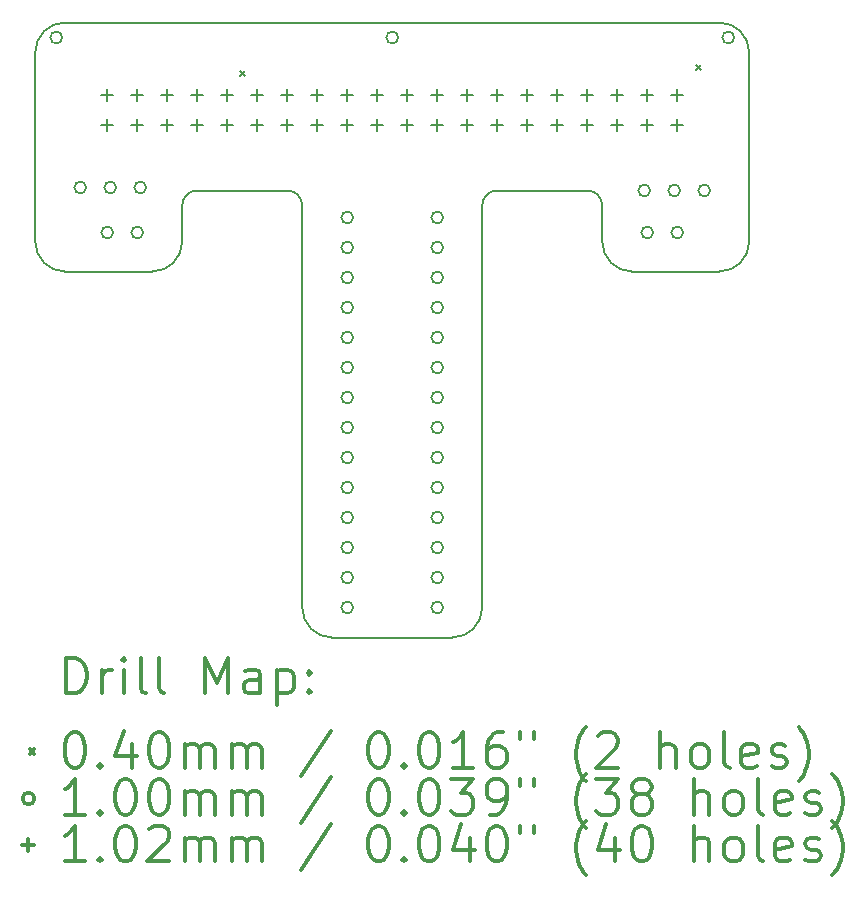
<source format=gbr>
%FSLAX45Y45*%
G04 Gerber Fmt 4.5, Leading zero omitted, Abs format (unit mm)*
G04 Created by KiCad (PCBNEW 4.0.7-e2-6376~61~ubuntu18.04.1) date Thu Jan 17 03:08:28 2019*
%MOMM*%
%LPD*%
G01*
G04 APERTURE LIST*
%ADD10C,0.127000*%
%ADD11C,0.150000*%
%ADD12C,0.200000*%
%ADD13C,0.300000*%
G04 APERTURE END LIST*
D10*
D11*
X13843000Y-7874000D02*
X13843000Y-11150600D01*
X15367000Y-11150600D02*
X15367000Y-7747000D01*
X14655800Y-6324600D02*
G75*
G03X14655800Y-6324600I-50800J0D01*
G01*
X17500600Y-6324600D02*
G75*
G03X17500600Y-6324600I-50800J0D01*
G01*
X11811000Y-6324600D02*
G75*
G03X11811000Y-6324600I-50800J0D01*
G01*
X11836400Y-8305800D02*
X12065000Y-8305800D01*
X12065000Y-6197600D02*
X11836400Y-6197600D01*
X17145000Y-6197600D02*
X17373600Y-6197600D01*
X17145000Y-8305800D02*
X17373600Y-8305800D01*
X11582400Y-8051800D02*
X11582400Y-6451600D01*
X12827000Y-8051800D02*
X12827000Y-7874000D01*
X17627600Y-8051800D02*
X17627600Y-6705600D01*
X16383000Y-7874000D02*
X16383000Y-8051800D01*
X17627600Y-6451600D02*
X17627600Y-6705600D01*
X17627600Y-6451600D02*
G75*
G03X17373600Y-6197600I-254000J0D01*
G01*
X12827000Y-7747000D02*
X12827000Y-7874000D01*
X12954000Y-7620000D02*
X13081000Y-7620000D01*
X16129000Y-7620000D02*
X16256000Y-7620000D01*
X16383000Y-7874000D02*
X16383000Y-7747000D01*
X16383000Y-7747000D02*
G75*
G03X16256000Y-7620000I-127000J0D01*
G01*
X12954000Y-7620000D02*
G75*
G03X12827000Y-7747000I0J-127000D01*
G01*
X16637000Y-8305800D02*
X17145000Y-8305800D01*
X17373600Y-8305800D02*
G75*
G03X17627600Y-8051800I0J254000D01*
G01*
X16383000Y-8051800D02*
G75*
G03X16637000Y-8305800I254000J0D01*
G01*
X15113000Y-11404600D02*
G75*
G03X15367000Y-11150600I0J254000D01*
G01*
X13843000Y-11150600D02*
G75*
G03X14097000Y-11404600I254000J0D01*
G01*
X15494000Y-7620000D02*
G75*
G03X15367000Y-7747000I0J-127000D01*
G01*
X13843000Y-7747000D02*
G75*
G03X13716000Y-7620000I-127000J0D01*
G01*
X12573000Y-8305800D02*
G75*
G03X12827000Y-8051800I0J254000D01*
G01*
X11582400Y-8051800D02*
G75*
G03X11836400Y-8305800I254000J0D01*
G01*
X11836400Y-6197600D02*
G75*
G03X11582400Y-6451600I0J-254000D01*
G01*
X12573000Y-8305800D02*
X12065000Y-8305800D01*
X13843000Y-7747000D02*
X13843000Y-7874000D01*
X13081000Y-7620000D02*
X13716000Y-7620000D01*
X15113000Y-11404600D02*
X14097000Y-11404600D01*
X15494000Y-7620000D02*
X16129000Y-7620000D01*
X12065000Y-6197600D02*
X17145000Y-6197600D01*
D12*
X13315000Y-6609400D02*
X13355000Y-6649400D01*
X13355000Y-6609400D02*
X13315000Y-6649400D01*
X17175800Y-6558600D02*
X17215800Y-6598600D01*
X17215800Y-6558600D02*
X17175800Y-6598600D01*
X12013400Y-7594600D02*
G75*
G03X12013400Y-7594600I-50000J0D01*
G01*
X12242000Y-7975600D02*
G75*
G03X12242000Y-7975600I-50000J0D01*
G01*
X12267400Y-7594600D02*
G75*
G03X12267400Y-7594600I-50000J0D01*
G01*
X12496000Y-7975600D02*
G75*
G03X12496000Y-7975600I-50000J0D01*
G01*
X12521400Y-7594600D02*
G75*
G03X12521400Y-7594600I-50000J0D01*
G01*
X14274000Y-7848600D02*
G75*
G03X14274000Y-7848600I-50000J0D01*
G01*
X14274000Y-8102600D02*
G75*
G03X14274000Y-8102600I-50000J0D01*
G01*
X14274000Y-8356600D02*
G75*
G03X14274000Y-8356600I-50000J0D01*
G01*
X14274000Y-8610600D02*
G75*
G03X14274000Y-8610600I-50000J0D01*
G01*
X14274000Y-8864600D02*
G75*
G03X14274000Y-8864600I-50000J0D01*
G01*
X14274000Y-9118600D02*
G75*
G03X14274000Y-9118600I-50000J0D01*
G01*
X14274000Y-9372600D02*
G75*
G03X14274000Y-9372600I-50000J0D01*
G01*
X14274000Y-9626600D02*
G75*
G03X14274000Y-9626600I-50000J0D01*
G01*
X14274000Y-9880600D02*
G75*
G03X14274000Y-9880600I-50000J0D01*
G01*
X14274000Y-10134600D02*
G75*
G03X14274000Y-10134600I-50000J0D01*
G01*
X14274000Y-10388600D02*
G75*
G03X14274000Y-10388600I-50000J0D01*
G01*
X14274000Y-10642600D02*
G75*
G03X14274000Y-10642600I-50000J0D01*
G01*
X14274000Y-10896600D02*
G75*
G03X14274000Y-10896600I-50000J0D01*
G01*
X14274000Y-11150600D02*
G75*
G03X14274000Y-11150600I-50000J0D01*
G01*
X15036000Y-7848600D02*
G75*
G03X15036000Y-7848600I-50000J0D01*
G01*
X15036000Y-8102600D02*
G75*
G03X15036000Y-8102600I-50000J0D01*
G01*
X15036000Y-8356600D02*
G75*
G03X15036000Y-8356600I-50000J0D01*
G01*
X15036000Y-8610600D02*
G75*
G03X15036000Y-8610600I-50000J0D01*
G01*
X15036000Y-8864600D02*
G75*
G03X15036000Y-8864600I-50000J0D01*
G01*
X15036000Y-9118600D02*
G75*
G03X15036000Y-9118600I-50000J0D01*
G01*
X15036000Y-9372600D02*
G75*
G03X15036000Y-9372600I-50000J0D01*
G01*
X15036000Y-9626600D02*
G75*
G03X15036000Y-9626600I-50000J0D01*
G01*
X15036000Y-9880600D02*
G75*
G03X15036000Y-9880600I-50000J0D01*
G01*
X15036000Y-10134600D02*
G75*
G03X15036000Y-10134600I-50000J0D01*
G01*
X15036000Y-10388600D02*
G75*
G03X15036000Y-10388600I-50000J0D01*
G01*
X15036000Y-10642600D02*
G75*
G03X15036000Y-10642600I-50000J0D01*
G01*
X15036000Y-10896600D02*
G75*
G03X15036000Y-10896600I-50000J0D01*
G01*
X15036000Y-11150600D02*
G75*
G03X15036000Y-11150600I-50000J0D01*
G01*
X16788600Y-7620000D02*
G75*
G03X16788600Y-7620000I-50000J0D01*
G01*
X16814000Y-7975600D02*
G75*
G03X16814000Y-7975600I-50000J0D01*
G01*
X17042600Y-7620000D02*
G75*
G03X17042600Y-7620000I-50000J0D01*
G01*
X17068000Y-7975600D02*
G75*
G03X17068000Y-7975600I-50000J0D01*
G01*
X17296600Y-7620000D02*
G75*
G03X17296600Y-7620000I-50000J0D01*
G01*
X12192000Y-6756400D02*
X12192000Y-6858000D01*
X12141200Y-6807200D02*
X12242800Y-6807200D01*
X12192000Y-7010400D02*
X12192000Y-7112000D01*
X12141200Y-7061200D02*
X12242800Y-7061200D01*
X12446000Y-6756400D02*
X12446000Y-6858000D01*
X12395200Y-6807200D02*
X12496800Y-6807200D01*
X12446000Y-7010400D02*
X12446000Y-7112000D01*
X12395200Y-7061200D02*
X12496800Y-7061200D01*
X12700000Y-6756400D02*
X12700000Y-6858000D01*
X12649200Y-6807200D02*
X12750800Y-6807200D01*
X12700000Y-7010400D02*
X12700000Y-7112000D01*
X12649200Y-7061200D02*
X12750800Y-7061200D01*
X12954000Y-6756400D02*
X12954000Y-6858000D01*
X12903200Y-6807200D02*
X13004800Y-6807200D01*
X12954000Y-7010400D02*
X12954000Y-7112000D01*
X12903200Y-7061200D02*
X13004800Y-7061200D01*
X13208000Y-6756400D02*
X13208000Y-6858000D01*
X13157200Y-6807200D02*
X13258800Y-6807200D01*
X13208000Y-7010400D02*
X13208000Y-7112000D01*
X13157200Y-7061200D02*
X13258800Y-7061200D01*
X13462000Y-6756400D02*
X13462000Y-6858000D01*
X13411200Y-6807200D02*
X13512800Y-6807200D01*
X13462000Y-7010400D02*
X13462000Y-7112000D01*
X13411200Y-7061200D02*
X13512800Y-7061200D01*
X13716000Y-6756400D02*
X13716000Y-6858000D01*
X13665200Y-6807200D02*
X13766800Y-6807200D01*
X13716000Y-7010400D02*
X13716000Y-7112000D01*
X13665200Y-7061200D02*
X13766800Y-7061200D01*
X13970000Y-6756400D02*
X13970000Y-6858000D01*
X13919200Y-6807200D02*
X14020800Y-6807200D01*
X13970000Y-7010400D02*
X13970000Y-7112000D01*
X13919200Y-7061200D02*
X14020800Y-7061200D01*
X14224000Y-6756400D02*
X14224000Y-6858000D01*
X14173200Y-6807200D02*
X14274800Y-6807200D01*
X14224000Y-7010400D02*
X14224000Y-7112000D01*
X14173200Y-7061200D02*
X14274800Y-7061200D01*
X14478000Y-6756400D02*
X14478000Y-6858000D01*
X14427200Y-6807200D02*
X14528800Y-6807200D01*
X14478000Y-7010400D02*
X14478000Y-7112000D01*
X14427200Y-7061200D02*
X14528800Y-7061200D01*
X14732000Y-6756400D02*
X14732000Y-6858000D01*
X14681200Y-6807200D02*
X14782800Y-6807200D01*
X14732000Y-7010400D02*
X14732000Y-7112000D01*
X14681200Y-7061200D02*
X14782800Y-7061200D01*
X14986000Y-6756400D02*
X14986000Y-6858000D01*
X14935200Y-6807200D02*
X15036800Y-6807200D01*
X14986000Y-7010400D02*
X14986000Y-7112000D01*
X14935200Y-7061200D02*
X15036800Y-7061200D01*
X15240000Y-6756400D02*
X15240000Y-6858000D01*
X15189200Y-6807200D02*
X15290800Y-6807200D01*
X15240000Y-7010400D02*
X15240000Y-7112000D01*
X15189200Y-7061200D02*
X15290800Y-7061200D01*
X15494000Y-6756400D02*
X15494000Y-6858000D01*
X15443200Y-6807200D02*
X15544800Y-6807200D01*
X15494000Y-7010400D02*
X15494000Y-7112000D01*
X15443200Y-7061200D02*
X15544800Y-7061200D01*
X15748000Y-6756400D02*
X15748000Y-6858000D01*
X15697200Y-6807200D02*
X15798800Y-6807200D01*
X15748000Y-7010400D02*
X15748000Y-7112000D01*
X15697200Y-7061200D02*
X15798800Y-7061200D01*
X16002000Y-6756400D02*
X16002000Y-6858000D01*
X15951200Y-6807200D02*
X16052800Y-6807200D01*
X16002000Y-7010400D02*
X16002000Y-7112000D01*
X15951200Y-7061200D02*
X16052800Y-7061200D01*
X16256000Y-6756400D02*
X16256000Y-6858000D01*
X16205200Y-6807200D02*
X16306800Y-6807200D01*
X16256000Y-7010400D02*
X16256000Y-7112000D01*
X16205200Y-7061200D02*
X16306800Y-7061200D01*
X16510000Y-6756400D02*
X16510000Y-6858000D01*
X16459200Y-6807200D02*
X16560800Y-6807200D01*
X16510000Y-7010400D02*
X16510000Y-7112000D01*
X16459200Y-7061200D02*
X16560800Y-7061200D01*
X16764000Y-6756400D02*
X16764000Y-6858000D01*
X16713200Y-6807200D02*
X16814800Y-6807200D01*
X16764000Y-7010400D02*
X16764000Y-7112000D01*
X16713200Y-7061200D02*
X16814800Y-7061200D01*
X17018000Y-6756400D02*
X17018000Y-6858000D01*
X16967200Y-6807200D02*
X17068800Y-6807200D01*
X17018000Y-7010400D02*
X17018000Y-7112000D01*
X16967200Y-7061200D02*
X17068800Y-7061200D01*
D13*
X11846328Y-11877814D02*
X11846328Y-11577814D01*
X11917757Y-11577814D01*
X11960614Y-11592100D01*
X11989186Y-11620671D01*
X12003471Y-11649243D01*
X12017757Y-11706386D01*
X12017757Y-11749243D01*
X12003471Y-11806386D01*
X11989186Y-11834957D01*
X11960614Y-11863529D01*
X11917757Y-11877814D01*
X11846328Y-11877814D01*
X12146328Y-11877814D02*
X12146328Y-11677814D01*
X12146328Y-11734957D02*
X12160614Y-11706386D01*
X12174900Y-11692100D01*
X12203471Y-11677814D01*
X12232043Y-11677814D01*
X12332043Y-11877814D02*
X12332043Y-11677814D01*
X12332043Y-11577814D02*
X12317757Y-11592100D01*
X12332043Y-11606386D01*
X12346328Y-11592100D01*
X12332043Y-11577814D01*
X12332043Y-11606386D01*
X12517757Y-11877814D02*
X12489186Y-11863529D01*
X12474900Y-11834957D01*
X12474900Y-11577814D01*
X12674900Y-11877814D02*
X12646328Y-11863529D01*
X12632043Y-11834957D01*
X12632043Y-11577814D01*
X13017757Y-11877814D02*
X13017757Y-11577814D01*
X13117757Y-11792100D01*
X13217757Y-11577814D01*
X13217757Y-11877814D01*
X13489186Y-11877814D02*
X13489186Y-11720671D01*
X13474900Y-11692100D01*
X13446328Y-11677814D01*
X13389186Y-11677814D01*
X13360614Y-11692100D01*
X13489186Y-11863529D02*
X13460614Y-11877814D01*
X13389186Y-11877814D01*
X13360614Y-11863529D01*
X13346328Y-11834957D01*
X13346328Y-11806386D01*
X13360614Y-11777814D01*
X13389186Y-11763529D01*
X13460614Y-11763529D01*
X13489186Y-11749243D01*
X13632043Y-11677814D02*
X13632043Y-11977814D01*
X13632043Y-11692100D02*
X13660614Y-11677814D01*
X13717757Y-11677814D01*
X13746328Y-11692100D01*
X13760614Y-11706386D01*
X13774900Y-11734957D01*
X13774900Y-11820671D01*
X13760614Y-11849243D01*
X13746328Y-11863529D01*
X13717757Y-11877814D01*
X13660614Y-11877814D01*
X13632043Y-11863529D01*
X13903471Y-11849243D02*
X13917757Y-11863529D01*
X13903471Y-11877814D01*
X13889186Y-11863529D01*
X13903471Y-11849243D01*
X13903471Y-11877814D01*
X13903471Y-11692100D02*
X13917757Y-11706386D01*
X13903471Y-11720671D01*
X13889186Y-11706386D01*
X13903471Y-11692100D01*
X13903471Y-11720671D01*
X11534900Y-12352100D02*
X11574900Y-12392100D01*
X11574900Y-12352100D02*
X11534900Y-12392100D01*
X11903471Y-12207814D02*
X11932043Y-12207814D01*
X11960614Y-12222100D01*
X11974900Y-12236386D01*
X11989186Y-12264957D01*
X12003471Y-12322100D01*
X12003471Y-12393529D01*
X11989186Y-12450671D01*
X11974900Y-12479243D01*
X11960614Y-12493529D01*
X11932043Y-12507814D01*
X11903471Y-12507814D01*
X11874900Y-12493529D01*
X11860614Y-12479243D01*
X11846328Y-12450671D01*
X11832043Y-12393529D01*
X11832043Y-12322100D01*
X11846328Y-12264957D01*
X11860614Y-12236386D01*
X11874900Y-12222100D01*
X11903471Y-12207814D01*
X12132043Y-12479243D02*
X12146328Y-12493529D01*
X12132043Y-12507814D01*
X12117757Y-12493529D01*
X12132043Y-12479243D01*
X12132043Y-12507814D01*
X12403471Y-12307814D02*
X12403471Y-12507814D01*
X12332043Y-12193529D02*
X12260614Y-12407814D01*
X12446328Y-12407814D01*
X12617757Y-12207814D02*
X12646328Y-12207814D01*
X12674900Y-12222100D01*
X12689186Y-12236386D01*
X12703471Y-12264957D01*
X12717757Y-12322100D01*
X12717757Y-12393529D01*
X12703471Y-12450671D01*
X12689186Y-12479243D01*
X12674900Y-12493529D01*
X12646328Y-12507814D01*
X12617757Y-12507814D01*
X12589186Y-12493529D01*
X12574900Y-12479243D01*
X12560614Y-12450671D01*
X12546328Y-12393529D01*
X12546328Y-12322100D01*
X12560614Y-12264957D01*
X12574900Y-12236386D01*
X12589186Y-12222100D01*
X12617757Y-12207814D01*
X12846328Y-12507814D02*
X12846328Y-12307814D01*
X12846328Y-12336386D02*
X12860614Y-12322100D01*
X12889186Y-12307814D01*
X12932043Y-12307814D01*
X12960614Y-12322100D01*
X12974900Y-12350671D01*
X12974900Y-12507814D01*
X12974900Y-12350671D02*
X12989186Y-12322100D01*
X13017757Y-12307814D01*
X13060614Y-12307814D01*
X13089186Y-12322100D01*
X13103471Y-12350671D01*
X13103471Y-12507814D01*
X13246328Y-12507814D02*
X13246328Y-12307814D01*
X13246328Y-12336386D02*
X13260614Y-12322100D01*
X13289186Y-12307814D01*
X13332043Y-12307814D01*
X13360614Y-12322100D01*
X13374900Y-12350671D01*
X13374900Y-12507814D01*
X13374900Y-12350671D02*
X13389186Y-12322100D01*
X13417757Y-12307814D01*
X13460614Y-12307814D01*
X13489186Y-12322100D01*
X13503471Y-12350671D01*
X13503471Y-12507814D01*
X14089186Y-12193529D02*
X13832043Y-12579243D01*
X14474900Y-12207814D02*
X14503471Y-12207814D01*
X14532043Y-12222100D01*
X14546328Y-12236386D01*
X14560614Y-12264957D01*
X14574900Y-12322100D01*
X14574900Y-12393529D01*
X14560614Y-12450671D01*
X14546328Y-12479243D01*
X14532043Y-12493529D01*
X14503471Y-12507814D01*
X14474900Y-12507814D01*
X14446328Y-12493529D01*
X14432043Y-12479243D01*
X14417757Y-12450671D01*
X14403471Y-12393529D01*
X14403471Y-12322100D01*
X14417757Y-12264957D01*
X14432043Y-12236386D01*
X14446328Y-12222100D01*
X14474900Y-12207814D01*
X14703471Y-12479243D02*
X14717757Y-12493529D01*
X14703471Y-12507814D01*
X14689186Y-12493529D01*
X14703471Y-12479243D01*
X14703471Y-12507814D01*
X14903471Y-12207814D02*
X14932043Y-12207814D01*
X14960614Y-12222100D01*
X14974900Y-12236386D01*
X14989185Y-12264957D01*
X15003471Y-12322100D01*
X15003471Y-12393529D01*
X14989185Y-12450671D01*
X14974900Y-12479243D01*
X14960614Y-12493529D01*
X14932043Y-12507814D01*
X14903471Y-12507814D01*
X14874900Y-12493529D01*
X14860614Y-12479243D01*
X14846328Y-12450671D01*
X14832043Y-12393529D01*
X14832043Y-12322100D01*
X14846328Y-12264957D01*
X14860614Y-12236386D01*
X14874900Y-12222100D01*
X14903471Y-12207814D01*
X15289185Y-12507814D02*
X15117757Y-12507814D01*
X15203471Y-12507814D02*
X15203471Y-12207814D01*
X15174900Y-12250671D01*
X15146328Y-12279243D01*
X15117757Y-12293529D01*
X15546328Y-12207814D02*
X15489185Y-12207814D01*
X15460614Y-12222100D01*
X15446328Y-12236386D01*
X15417757Y-12279243D01*
X15403471Y-12336386D01*
X15403471Y-12450671D01*
X15417757Y-12479243D01*
X15432043Y-12493529D01*
X15460614Y-12507814D01*
X15517757Y-12507814D01*
X15546328Y-12493529D01*
X15560614Y-12479243D01*
X15574900Y-12450671D01*
X15574900Y-12379243D01*
X15560614Y-12350671D01*
X15546328Y-12336386D01*
X15517757Y-12322100D01*
X15460614Y-12322100D01*
X15432043Y-12336386D01*
X15417757Y-12350671D01*
X15403471Y-12379243D01*
X15689186Y-12207814D02*
X15689186Y-12264957D01*
X15803471Y-12207814D02*
X15803471Y-12264957D01*
X16246328Y-12622100D02*
X16232043Y-12607814D01*
X16203471Y-12564957D01*
X16189185Y-12536386D01*
X16174900Y-12493529D01*
X16160614Y-12422100D01*
X16160614Y-12364957D01*
X16174900Y-12293529D01*
X16189185Y-12250671D01*
X16203471Y-12222100D01*
X16232043Y-12179243D01*
X16246328Y-12164957D01*
X16346328Y-12236386D02*
X16360614Y-12222100D01*
X16389185Y-12207814D01*
X16460614Y-12207814D01*
X16489185Y-12222100D01*
X16503471Y-12236386D01*
X16517757Y-12264957D01*
X16517757Y-12293529D01*
X16503471Y-12336386D01*
X16332043Y-12507814D01*
X16517757Y-12507814D01*
X16874900Y-12507814D02*
X16874900Y-12207814D01*
X17003471Y-12507814D02*
X17003471Y-12350671D01*
X16989186Y-12322100D01*
X16960614Y-12307814D01*
X16917757Y-12307814D01*
X16889186Y-12322100D01*
X16874900Y-12336386D01*
X17189186Y-12507814D02*
X17160614Y-12493529D01*
X17146328Y-12479243D01*
X17132043Y-12450671D01*
X17132043Y-12364957D01*
X17146328Y-12336386D01*
X17160614Y-12322100D01*
X17189186Y-12307814D01*
X17232043Y-12307814D01*
X17260614Y-12322100D01*
X17274900Y-12336386D01*
X17289186Y-12364957D01*
X17289186Y-12450671D01*
X17274900Y-12479243D01*
X17260614Y-12493529D01*
X17232043Y-12507814D01*
X17189186Y-12507814D01*
X17460614Y-12507814D02*
X17432043Y-12493529D01*
X17417757Y-12464957D01*
X17417757Y-12207814D01*
X17689186Y-12493529D02*
X17660614Y-12507814D01*
X17603471Y-12507814D01*
X17574900Y-12493529D01*
X17560614Y-12464957D01*
X17560614Y-12350671D01*
X17574900Y-12322100D01*
X17603471Y-12307814D01*
X17660614Y-12307814D01*
X17689186Y-12322100D01*
X17703471Y-12350671D01*
X17703471Y-12379243D01*
X17560614Y-12407814D01*
X17817757Y-12493529D02*
X17846329Y-12507814D01*
X17903471Y-12507814D01*
X17932043Y-12493529D01*
X17946329Y-12464957D01*
X17946329Y-12450671D01*
X17932043Y-12422100D01*
X17903471Y-12407814D01*
X17860614Y-12407814D01*
X17832043Y-12393529D01*
X17817757Y-12364957D01*
X17817757Y-12350671D01*
X17832043Y-12322100D01*
X17860614Y-12307814D01*
X17903471Y-12307814D01*
X17932043Y-12322100D01*
X18046328Y-12622100D02*
X18060614Y-12607814D01*
X18089186Y-12564957D01*
X18103471Y-12536386D01*
X18117757Y-12493529D01*
X18132043Y-12422100D01*
X18132043Y-12364957D01*
X18117757Y-12293529D01*
X18103471Y-12250671D01*
X18089186Y-12222100D01*
X18060614Y-12179243D01*
X18046328Y-12164957D01*
X11574900Y-12768100D02*
G75*
G03X11574900Y-12768100I-50000J0D01*
G01*
X12003471Y-12903814D02*
X11832043Y-12903814D01*
X11917757Y-12903814D02*
X11917757Y-12603814D01*
X11889186Y-12646671D01*
X11860614Y-12675243D01*
X11832043Y-12689529D01*
X12132043Y-12875243D02*
X12146328Y-12889529D01*
X12132043Y-12903814D01*
X12117757Y-12889529D01*
X12132043Y-12875243D01*
X12132043Y-12903814D01*
X12332043Y-12603814D02*
X12360614Y-12603814D01*
X12389186Y-12618100D01*
X12403471Y-12632386D01*
X12417757Y-12660957D01*
X12432043Y-12718100D01*
X12432043Y-12789529D01*
X12417757Y-12846671D01*
X12403471Y-12875243D01*
X12389186Y-12889529D01*
X12360614Y-12903814D01*
X12332043Y-12903814D01*
X12303471Y-12889529D01*
X12289186Y-12875243D01*
X12274900Y-12846671D01*
X12260614Y-12789529D01*
X12260614Y-12718100D01*
X12274900Y-12660957D01*
X12289186Y-12632386D01*
X12303471Y-12618100D01*
X12332043Y-12603814D01*
X12617757Y-12603814D02*
X12646328Y-12603814D01*
X12674900Y-12618100D01*
X12689186Y-12632386D01*
X12703471Y-12660957D01*
X12717757Y-12718100D01*
X12717757Y-12789529D01*
X12703471Y-12846671D01*
X12689186Y-12875243D01*
X12674900Y-12889529D01*
X12646328Y-12903814D01*
X12617757Y-12903814D01*
X12589186Y-12889529D01*
X12574900Y-12875243D01*
X12560614Y-12846671D01*
X12546328Y-12789529D01*
X12546328Y-12718100D01*
X12560614Y-12660957D01*
X12574900Y-12632386D01*
X12589186Y-12618100D01*
X12617757Y-12603814D01*
X12846328Y-12903814D02*
X12846328Y-12703814D01*
X12846328Y-12732386D02*
X12860614Y-12718100D01*
X12889186Y-12703814D01*
X12932043Y-12703814D01*
X12960614Y-12718100D01*
X12974900Y-12746671D01*
X12974900Y-12903814D01*
X12974900Y-12746671D02*
X12989186Y-12718100D01*
X13017757Y-12703814D01*
X13060614Y-12703814D01*
X13089186Y-12718100D01*
X13103471Y-12746671D01*
X13103471Y-12903814D01*
X13246328Y-12903814D02*
X13246328Y-12703814D01*
X13246328Y-12732386D02*
X13260614Y-12718100D01*
X13289186Y-12703814D01*
X13332043Y-12703814D01*
X13360614Y-12718100D01*
X13374900Y-12746671D01*
X13374900Y-12903814D01*
X13374900Y-12746671D02*
X13389186Y-12718100D01*
X13417757Y-12703814D01*
X13460614Y-12703814D01*
X13489186Y-12718100D01*
X13503471Y-12746671D01*
X13503471Y-12903814D01*
X14089186Y-12589529D02*
X13832043Y-12975243D01*
X14474900Y-12603814D02*
X14503471Y-12603814D01*
X14532043Y-12618100D01*
X14546328Y-12632386D01*
X14560614Y-12660957D01*
X14574900Y-12718100D01*
X14574900Y-12789529D01*
X14560614Y-12846671D01*
X14546328Y-12875243D01*
X14532043Y-12889529D01*
X14503471Y-12903814D01*
X14474900Y-12903814D01*
X14446328Y-12889529D01*
X14432043Y-12875243D01*
X14417757Y-12846671D01*
X14403471Y-12789529D01*
X14403471Y-12718100D01*
X14417757Y-12660957D01*
X14432043Y-12632386D01*
X14446328Y-12618100D01*
X14474900Y-12603814D01*
X14703471Y-12875243D02*
X14717757Y-12889529D01*
X14703471Y-12903814D01*
X14689186Y-12889529D01*
X14703471Y-12875243D01*
X14703471Y-12903814D01*
X14903471Y-12603814D02*
X14932043Y-12603814D01*
X14960614Y-12618100D01*
X14974900Y-12632386D01*
X14989185Y-12660957D01*
X15003471Y-12718100D01*
X15003471Y-12789529D01*
X14989185Y-12846671D01*
X14974900Y-12875243D01*
X14960614Y-12889529D01*
X14932043Y-12903814D01*
X14903471Y-12903814D01*
X14874900Y-12889529D01*
X14860614Y-12875243D01*
X14846328Y-12846671D01*
X14832043Y-12789529D01*
X14832043Y-12718100D01*
X14846328Y-12660957D01*
X14860614Y-12632386D01*
X14874900Y-12618100D01*
X14903471Y-12603814D01*
X15103471Y-12603814D02*
X15289185Y-12603814D01*
X15189185Y-12718100D01*
X15232043Y-12718100D01*
X15260614Y-12732386D01*
X15274900Y-12746671D01*
X15289185Y-12775243D01*
X15289185Y-12846671D01*
X15274900Y-12875243D01*
X15260614Y-12889529D01*
X15232043Y-12903814D01*
X15146328Y-12903814D01*
X15117757Y-12889529D01*
X15103471Y-12875243D01*
X15432043Y-12903814D02*
X15489185Y-12903814D01*
X15517757Y-12889529D01*
X15532043Y-12875243D01*
X15560614Y-12832386D01*
X15574900Y-12775243D01*
X15574900Y-12660957D01*
X15560614Y-12632386D01*
X15546328Y-12618100D01*
X15517757Y-12603814D01*
X15460614Y-12603814D01*
X15432043Y-12618100D01*
X15417757Y-12632386D01*
X15403471Y-12660957D01*
X15403471Y-12732386D01*
X15417757Y-12760957D01*
X15432043Y-12775243D01*
X15460614Y-12789529D01*
X15517757Y-12789529D01*
X15546328Y-12775243D01*
X15560614Y-12760957D01*
X15574900Y-12732386D01*
X15689186Y-12603814D02*
X15689186Y-12660957D01*
X15803471Y-12603814D02*
X15803471Y-12660957D01*
X16246328Y-13018100D02*
X16232043Y-13003814D01*
X16203471Y-12960957D01*
X16189185Y-12932386D01*
X16174900Y-12889529D01*
X16160614Y-12818100D01*
X16160614Y-12760957D01*
X16174900Y-12689529D01*
X16189185Y-12646671D01*
X16203471Y-12618100D01*
X16232043Y-12575243D01*
X16246328Y-12560957D01*
X16332043Y-12603814D02*
X16517757Y-12603814D01*
X16417757Y-12718100D01*
X16460614Y-12718100D01*
X16489185Y-12732386D01*
X16503471Y-12746671D01*
X16517757Y-12775243D01*
X16517757Y-12846671D01*
X16503471Y-12875243D01*
X16489185Y-12889529D01*
X16460614Y-12903814D01*
X16374900Y-12903814D01*
X16346328Y-12889529D01*
X16332043Y-12875243D01*
X16689185Y-12732386D02*
X16660614Y-12718100D01*
X16646328Y-12703814D01*
X16632043Y-12675243D01*
X16632043Y-12660957D01*
X16646328Y-12632386D01*
X16660614Y-12618100D01*
X16689185Y-12603814D01*
X16746328Y-12603814D01*
X16774900Y-12618100D01*
X16789186Y-12632386D01*
X16803471Y-12660957D01*
X16803471Y-12675243D01*
X16789186Y-12703814D01*
X16774900Y-12718100D01*
X16746328Y-12732386D01*
X16689185Y-12732386D01*
X16660614Y-12746671D01*
X16646328Y-12760957D01*
X16632043Y-12789529D01*
X16632043Y-12846671D01*
X16646328Y-12875243D01*
X16660614Y-12889529D01*
X16689185Y-12903814D01*
X16746328Y-12903814D01*
X16774900Y-12889529D01*
X16789186Y-12875243D01*
X16803471Y-12846671D01*
X16803471Y-12789529D01*
X16789186Y-12760957D01*
X16774900Y-12746671D01*
X16746328Y-12732386D01*
X17160614Y-12903814D02*
X17160614Y-12603814D01*
X17289186Y-12903814D02*
X17289186Y-12746671D01*
X17274900Y-12718100D01*
X17246328Y-12703814D01*
X17203471Y-12703814D01*
X17174900Y-12718100D01*
X17160614Y-12732386D01*
X17474900Y-12903814D02*
X17446328Y-12889529D01*
X17432043Y-12875243D01*
X17417757Y-12846671D01*
X17417757Y-12760957D01*
X17432043Y-12732386D01*
X17446328Y-12718100D01*
X17474900Y-12703814D01*
X17517757Y-12703814D01*
X17546328Y-12718100D01*
X17560614Y-12732386D01*
X17574900Y-12760957D01*
X17574900Y-12846671D01*
X17560614Y-12875243D01*
X17546328Y-12889529D01*
X17517757Y-12903814D01*
X17474900Y-12903814D01*
X17746328Y-12903814D02*
X17717757Y-12889529D01*
X17703471Y-12860957D01*
X17703471Y-12603814D01*
X17974900Y-12889529D02*
X17946329Y-12903814D01*
X17889186Y-12903814D01*
X17860614Y-12889529D01*
X17846329Y-12860957D01*
X17846329Y-12746671D01*
X17860614Y-12718100D01*
X17889186Y-12703814D01*
X17946329Y-12703814D01*
X17974900Y-12718100D01*
X17989186Y-12746671D01*
X17989186Y-12775243D01*
X17846329Y-12803814D01*
X18103471Y-12889529D02*
X18132043Y-12903814D01*
X18189186Y-12903814D01*
X18217757Y-12889529D01*
X18232043Y-12860957D01*
X18232043Y-12846671D01*
X18217757Y-12818100D01*
X18189186Y-12803814D01*
X18146329Y-12803814D01*
X18117757Y-12789529D01*
X18103471Y-12760957D01*
X18103471Y-12746671D01*
X18117757Y-12718100D01*
X18146329Y-12703814D01*
X18189186Y-12703814D01*
X18217757Y-12718100D01*
X18332043Y-13018100D02*
X18346329Y-13003814D01*
X18374900Y-12960957D01*
X18389186Y-12932386D01*
X18403471Y-12889529D01*
X18417757Y-12818100D01*
X18417757Y-12760957D01*
X18403471Y-12689529D01*
X18389186Y-12646671D01*
X18374900Y-12618100D01*
X18346329Y-12575243D01*
X18332043Y-12560957D01*
X11524100Y-13113300D02*
X11524100Y-13214900D01*
X11473300Y-13164100D02*
X11574900Y-13164100D01*
X12003471Y-13299814D02*
X11832043Y-13299814D01*
X11917757Y-13299814D02*
X11917757Y-12999814D01*
X11889186Y-13042671D01*
X11860614Y-13071243D01*
X11832043Y-13085529D01*
X12132043Y-13271243D02*
X12146328Y-13285529D01*
X12132043Y-13299814D01*
X12117757Y-13285529D01*
X12132043Y-13271243D01*
X12132043Y-13299814D01*
X12332043Y-12999814D02*
X12360614Y-12999814D01*
X12389186Y-13014100D01*
X12403471Y-13028386D01*
X12417757Y-13056957D01*
X12432043Y-13114100D01*
X12432043Y-13185529D01*
X12417757Y-13242671D01*
X12403471Y-13271243D01*
X12389186Y-13285529D01*
X12360614Y-13299814D01*
X12332043Y-13299814D01*
X12303471Y-13285529D01*
X12289186Y-13271243D01*
X12274900Y-13242671D01*
X12260614Y-13185529D01*
X12260614Y-13114100D01*
X12274900Y-13056957D01*
X12289186Y-13028386D01*
X12303471Y-13014100D01*
X12332043Y-12999814D01*
X12546328Y-13028386D02*
X12560614Y-13014100D01*
X12589186Y-12999814D01*
X12660614Y-12999814D01*
X12689186Y-13014100D01*
X12703471Y-13028386D01*
X12717757Y-13056957D01*
X12717757Y-13085529D01*
X12703471Y-13128386D01*
X12532043Y-13299814D01*
X12717757Y-13299814D01*
X12846328Y-13299814D02*
X12846328Y-13099814D01*
X12846328Y-13128386D02*
X12860614Y-13114100D01*
X12889186Y-13099814D01*
X12932043Y-13099814D01*
X12960614Y-13114100D01*
X12974900Y-13142671D01*
X12974900Y-13299814D01*
X12974900Y-13142671D02*
X12989186Y-13114100D01*
X13017757Y-13099814D01*
X13060614Y-13099814D01*
X13089186Y-13114100D01*
X13103471Y-13142671D01*
X13103471Y-13299814D01*
X13246328Y-13299814D02*
X13246328Y-13099814D01*
X13246328Y-13128386D02*
X13260614Y-13114100D01*
X13289186Y-13099814D01*
X13332043Y-13099814D01*
X13360614Y-13114100D01*
X13374900Y-13142671D01*
X13374900Y-13299814D01*
X13374900Y-13142671D02*
X13389186Y-13114100D01*
X13417757Y-13099814D01*
X13460614Y-13099814D01*
X13489186Y-13114100D01*
X13503471Y-13142671D01*
X13503471Y-13299814D01*
X14089186Y-12985529D02*
X13832043Y-13371243D01*
X14474900Y-12999814D02*
X14503471Y-12999814D01*
X14532043Y-13014100D01*
X14546328Y-13028386D01*
X14560614Y-13056957D01*
X14574900Y-13114100D01*
X14574900Y-13185529D01*
X14560614Y-13242671D01*
X14546328Y-13271243D01*
X14532043Y-13285529D01*
X14503471Y-13299814D01*
X14474900Y-13299814D01*
X14446328Y-13285529D01*
X14432043Y-13271243D01*
X14417757Y-13242671D01*
X14403471Y-13185529D01*
X14403471Y-13114100D01*
X14417757Y-13056957D01*
X14432043Y-13028386D01*
X14446328Y-13014100D01*
X14474900Y-12999814D01*
X14703471Y-13271243D02*
X14717757Y-13285529D01*
X14703471Y-13299814D01*
X14689186Y-13285529D01*
X14703471Y-13271243D01*
X14703471Y-13299814D01*
X14903471Y-12999814D02*
X14932043Y-12999814D01*
X14960614Y-13014100D01*
X14974900Y-13028386D01*
X14989185Y-13056957D01*
X15003471Y-13114100D01*
X15003471Y-13185529D01*
X14989185Y-13242671D01*
X14974900Y-13271243D01*
X14960614Y-13285529D01*
X14932043Y-13299814D01*
X14903471Y-13299814D01*
X14874900Y-13285529D01*
X14860614Y-13271243D01*
X14846328Y-13242671D01*
X14832043Y-13185529D01*
X14832043Y-13114100D01*
X14846328Y-13056957D01*
X14860614Y-13028386D01*
X14874900Y-13014100D01*
X14903471Y-12999814D01*
X15260614Y-13099814D02*
X15260614Y-13299814D01*
X15189185Y-12985529D02*
X15117757Y-13199814D01*
X15303471Y-13199814D01*
X15474900Y-12999814D02*
X15503471Y-12999814D01*
X15532043Y-13014100D01*
X15546328Y-13028386D01*
X15560614Y-13056957D01*
X15574900Y-13114100D01*
X15574900Y-13185529D01*
X15560614Y-13242671D01*
X15546328Y-13271243D01*
X15532043Y-13285529D01*
X15503471Y-13299814D01*
X15474900Y-13299814D01*
X15446328Y-13285529D01*
X15432043Y-13271243D01*
X15417757Y-13242671D01*
X15403471Y-13185529D01*
X15403471Y-13114100D01*
X15417757Y-13056957D01*
X15432043Y-13028386D01*
X15446328Y-13014100D01*
X15474900Y-12999814D01*
X15689186Y-12999814D02*
X15689186Y-13056957D01*
X15803471Y-12999814D02*
X15803471Y-13056957D01*
X16246328Y-13414100D02*
X16232043Y-13399814D01*
X16203471Y-13356957D01*
X16189185Y-13328386D01*
X16174900Y-13285529D01*
X16160614Y-13214100D01*
X16160614Y-13156957D01*
X16174900Y-13085529D01*
X16189185Y-13042671D01*
X16203471Y-13014100D01*
X16232043Y-12971243D01*
X16246328Y-12956957D01*
X16489185Y-13099814D02*
X16489185Y-13299814D01*
X16417757Y-12985529D02*
X16346328Y-13199814D01*
X16532043Y-13199814D01*
X16703471Y-12999814D02*
X16732043Y-12999814D01*
X16760614Y-13014100D01*
X16774900Y-13028386D01*
X16789186Y-13056957D01*
X16803471Y-13114100D01*
X16803471Y-13185529D01*
X16789186Y-13242671D01*
X16774900Y-13271243D01*
X16760614Y-13285529D01*
X16732043Y-13299814D01*
X16703471Y-13299814D01*
X16674900Y-13285529D01*
X16660614Y-13271243D01*
X16646328Y-13242671D01*
X16632043Y-13185529D01*
X16632043Y-13114100D01*
X16646328Y-13056957D01*
X16660614Y-13028386D01*
X16674900Y-13014100D01*
X16703471Y-12999814D01*
X17160614Y-13299814D02*
X17160614Y-12999814D01*
X17289186Y-13299814D02*
X17289186Y-13142671D01*
X17274900Y-13114100D01*
X17246328Y-13099814D01*
X17203471Y-13099814D01*
X17174900Y-13114100D01*
X17160614Y-13128386D01*
X17474900Y-13299814D02*
X17446328Y-13285529D01*
X17432043Y-13271243D01*
X17417757Y-13242671D01*
X17417757Y-13156957D01*
X17432043Y-13128386D01*
X17446328Y-13114100D01*
X17474900Y-13099814D01*
X17517757Y-13099814D01*
X17546328Y-13114100D01*
X17560614Y-13128386D01*
X17574900Y-13156957D01*
X17574900Y-13242671D01*
X17560614Y-13271243D01*
X17546328Y-13285529D01*
X17517757Y-13299814D01*
X17474900Y-13299814D01*
X17746328Y-13299814D02*
X17717757Y-13285529D01*
X17703471Y-13256957D01*
X17703471Y-12999814D01*
X17974900Y-13285529D02*
X17946329Y-13299814D01*
X17889186Y-13299814D01*
X17860614Y-13285529D01*
X17846329Y-13256957D01*
X17846329Y-13142671D01*
X17860614Y-13114100D01*
X17889186Y-13099814D01*
X17946329Y-13099814D01*
X17974900Y-13114100D01*
X17989186Y-13142671D01*
X17989186Y-13171243D01*
X17846329Y-13199814D01*
X18103471Y-13285529D02*
X18132043Y-13299814D01*
X18189186Y-13299814D01*
X18217757Y-13285529D01*
X18232043Y-13256957D01*
X18232043Y-13242671D01*
X18217757Y-13214100D01*
X18189186Y-13199814D01*
X18146329Y-13199814D01*
X18117757Y-13185529D01*
X18103471Y-13156957D01*
X18103471Y-13142671D01*
X18117757Y-13114100D01*
X18146329Y-13099814D01*
X18189186Y-13099814D01*
X18217757Y-13114100D01*
X18332043Y-13414100D02*
X18346329Y-13399814D01*
X18374900Y-13356957D01*
X18389186Y-13328386D01*
X18403471Y-13285529D01*
X18417757Y-13214100D01*
X18417757Y-13156957D01*
X18403471Y-13085529D01*
X18389186Y-13042671D01*
X18374900Y-13014100D01*
X18346329Y-12971243D01*
X18332043Y-12956957D01*
M02*

</source>
